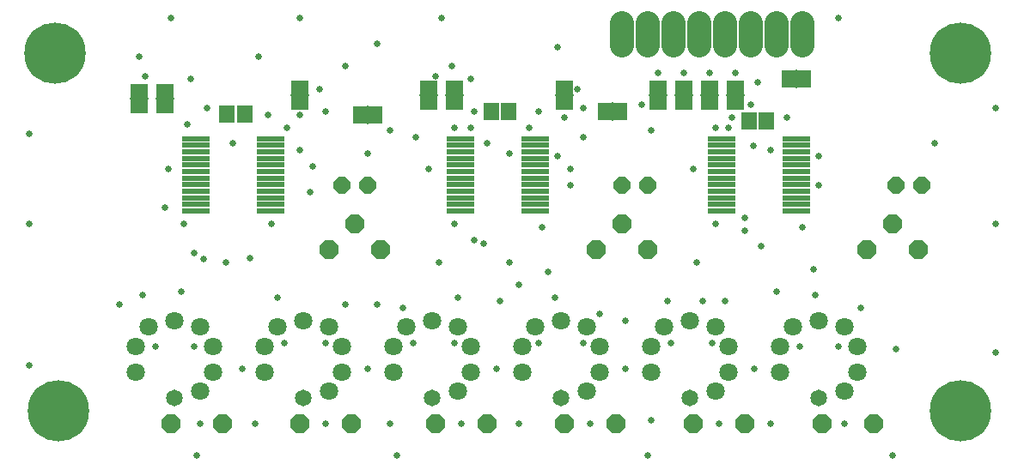
<source format=gts>
G04 EAGLE Gerber RS-274X export*
G75*
%MOMM*%
%FSLAX34Y34*%
%LPD*%
%INSoldermask Top*%
%IPPOS*%
%AMOC8*
5,1,8,0,0,1.08239X$1,22.5*%
G01*
%ADD10C,1.643200*%
%ADD11C,1.803200*%
%ADD12R,1.503200X1.703200*%
%ADD13C,2.363200*%
%ADD14R,1.371600X1.803400*%
%ADD15R,0.152400X1.828800*%
%ADD16C,6.045200*%
%ADD17P,1.803519X8X22.500000*%
%ADD18R,2.703200X0.508000*%
%ADD19R,1.803400X1.371600*%
%ADD20R,1.828800X0.152400*%
%ADD21P,1.951982X8X22.500000*%
%ADD22P,2.034460X8X22.500000*%
%ADD23C,0.660400*%


D10*
X803275Y69850D03*
D11*
X803275Y146050D03*
X841375Y120650D03*
X828675Y139700D03*
X841375Y95250D03*
X828675Y76200D03*
X765175Y95250D03*
X765175Y120650D03*
X777875Y139700D03*
D10*
X676275Y69850D03*
D11*
X676275Y146050D03*
X714375Y120650D03*
X701675Y139700D03*
X714375Y95250D03*
X701675Y76200D03*
X638175Y95250D03*
X638175Y120650D03*
X650875Y139700D03*
D10*
X549275Y69850D03*
D11*
X549275Y146050D03*
X587375Y120650D03*
X574675Y139700D03*
X587375Y95250D03*
X574675Y76200D03*
X511175Y95250D03*
X511175Y120650D03*
X523875Y139700D03*
D10*
X422275Y69850D03*
D11*
X422275Y146050D03*
X460375Y120650D03*
X447675Y139700D03*
X460375Y95250D03*
X447675Y76200D03*
X384175Y95250D03*
X384175Y120650D03*
X396875Y139700D03*
D10*
X295275Y69850D03*
D11*
X295275Y146050D03*
X333375Y120650D03*
X320675Y139700D03*
X333375Y95250D03*
X320675Y76200D03*
X257175Y95250D03*
X257175Y120650D03*
X269875Y139700D03*
D10*
X168275Y69850D03*
D11*
X168275Y146050D03*
X206375Y120650D03*
X193675Y139700D03*
X206375Y95250D03*
X193675Y76200D03*
X130175Y95250D03*
X130175Y120650D03*
X142875Y139700D03*
D12*
X751450Y343000D03*
X734450Y343000D03*
X237100Y349350D03*
X220100Y349350D03*
X497450Y352525D03*
X480450Y352525D03*
D13*
X609600Y417825D02*
X609600Y439425D01*
X635000Y439425D02*
X635000Y417825D01*
X660400Y417825D02*
X660400Y439425D01*
X685800Y439425D02*
X685800Y417825D01*
X711200Y417825D02*
X711200Y439425D01*
X736600Y439425D02*
X736600Y417825D01*
X762000Y417825D02*
X762000Y439425D01*
X787400Y439425D02*
X787400Y417825D01*
D14*
X788670Y384175D03*
X773430Y384175D03*
D15*
X781050Y384175D03*
D16*
X53975Y57150D03*
X942975Y409575D03*
X50475Y410050D03*
X942975Y57150D03*
D14*
X592455Y352425D03*
X607695Y352425D03*
D15*
X600075Y352425D03*
D14*
X351155Y349250D03*
X366395Y349250D03*
D15*
X358775Y349250D03*
D17*
X879475Y279400D03*
X904875Y279400D03*
D18*
X707694Y325500D03*
X707694Y319000D03*
X707694Y312500D03*
X707694Y306000D03*
X707694Y299500D03*
X707694Y293000D03*
X707694Y286500D03*
X707694Y280000D03*
X707694Y273500D03*
X707694Y267000D03*
X707694Y260500D03*
X707694Y254000D03*
X781050Y254000D03*
X781050Y260500D03*
X781050Y267000D03*
X781050Y273500D03*
X781050Y280000D03*
X781050Y286500D03*
X781050Y293000D03*
X781050Y299500D03*
X781050Y306000D03*
X781050Y312500D03*
X781050Y319000D03*
X781050Y325500D03*
X450188Y325500D03*
X450188Y319000D03*
X450188Y312500D03*
X450188Y306000D03*
X450188Y299500D03*
X450188Y293000D03*
X450188Y286500D03*
X450188Y280000D03*
X450188Y273500D03*
X450188Y267000D03*
X450188Y260500D03*
X450188Y254000D03*
X523544Y254000D03*
X523544Y260500D03*
X523544Y267000D03*
X523544Y273500D03*
X523544Y280000D03*
X523544Y286500D03*
X523544Y293000D03*
X523544Y299500D03*
X523544Y306000D03*
X523544Y312500D03*
X523544Y319000D03*
X523544Y325500D03*
X189507Y325500D03*
X189507Y319000D03*
X189507Y312500D03*
X189507Y306000D03*
X189507Y299500D03*
X189507Y293000D03*
X189507Y286500D03*
X189507Y280000D03*
X189507Y273500D03*
X189507Y267000D03*
X189507Y260500D03*
X189507Y254000D03*
X262863Y254000D03*
X262863Y260500D03*
X262863Y267000D03*
X262863Y273500D03*
X262863Y280000D03*
X262863Y286500D03*
X262863Y293000D03*
X262863Y299500D03*
X262863Y306000D03*
X262863Y312500D03*
X262863Y319000D03*
X262863Y325500D03*
D19*
X720725Y360680D03*
X720725Y375920D03*
D20*
X720725Y368300D03*
D19*
X669925Y360680D03*
X669925Y375920D03*
D20*
X669925Y368300D03*
D19*
X695325Y360680D03*
X695325Y375920D03*
D20*
X695325Y368300D03*
D19*
X644525Y360680D03*
X644525Y375920D03*
D20*
X644525Y368300D03*
D19*
X552450Y360680D03*
X552450Y375920D03*
D20*
X552450Y368300D03*
D19*
X444500Y360680D03*
X444500Y375920D03*
D20*
X444500Y368300D03*
D19*
X419100Y360680D03*
X419100Y375920D03*
D20*
X419100Y368300D03*
D19*
X292100Y360680D03*
X292100Y375920D03*
D20*
X292100Y368300D03*
D19*
X158750Y357505D03*
X158750Y372745D03*
D20*
X158750Y365125D03*
D19*
X133350Y357505D03*
X133350Y372745D03*
D20*
X133350Y365125D03*
D21*
X806450Y44450D03*
X857250Y44450D03*
X679450Y44450D03*
X730250Y44450D03*
X552450Y44450D03*
X603250Y44450D03*
X425450Y44450D03*
X476250Y44450D03*
X292100Y44450D03*
X342900Y44450D03*
X165100Y44450D03*
X215900Y44450D03*
D22*
X901700Y215900D03*
X850900Y215900D03*
X876300Y241300D03*
D17*
X609600Y279400D03*
X635000Y279400D03*
D22*
X635000Y215900D03*
X584200Y215900D03*
X609600Y241300D03*
D17*
X333375Y279400D03*
X358775Y279400D03*
D22*
X371475Y215900D03*
X320675Y215900D03*
X346075Y241300D03*
D23*
X25400Y330200D03*
X25400Y241300D03*
X25400Y101600D03*
X165100Y444500D03*
X431800Y444500D03*
X292100Y444500D03*
X190500Y12700D03*
X387350Y12700D03*
X635000Y12700D03*
X876300Y12700D03*
X977900Y114300D03*
X977900Y355600D03*
X977900Y241300D03*
X180975Y339725D03*
X200025Y355600D03*
X444500Y336550D03*
X460375Y336550D03*
X463550Y352425D03*
X701675Y336550D03*
X714375Y336550D03*
X717550Y346075D03*
X742950Y381000D03*
X317500Y352425D03*
X358775Y311150D03*
X304800Y298450D03*
X558800Y295275D03*
X419100Y295275D03*
X444500Y241300D03*
X679450Y295275D03*
X803275Y307975D03*
X771525Y346075D03*
X917575Y320675D03*
X879475Y117475D03*
X822325Y120650D03*
X784225Y120650D03*
X800100Y171450D03*
X746125Y219075D03*
X701675Y241300D03*
X828675Y44450D03*
X755650Y44450D03*
X704850Y44450D03*
X638175Y47625D03*
X577850Y44450D03*
X508000Y44450D03*
X450850Y44450D03*
X381000Y44450D03*
X317500Y44450D03*
X247650Y44450D03*
X193675Y44450D03*
X149225Y120650D03*
X187325Y120650D03*
X276225Y123825D03*
X317500Y123825D03*
X403225Y123825D03*
X444500Y123825D03*
X527050Y123825D03*
X571500Y123825D03*
X657225Y123825D03*
X698500Y123825D03*
X612775Y146050D03*
X571500Y327025D03*
X571500Y355600D03*
X628650Y358775D03*
X406400Y327025D03*
X260350Y349250D03*
X177800Y241300D03*
X263525Y241300D03*
X269875Y168275D03*
X174625Y174625D03*
X368300Y161925D03*
X447675Y168275D03*
X488950Y165100D03*
X498475Y203200D03*
X530225Y238125D03*
X787400Y238125D03*
X688975Y165100D03*
X739775Y98425D03*
X711200Y165100D03*
X234950Y98425D03*
X358775Y98425D03*
X485775Y98425D03*
X612775Y98425D03*
X114300Y161925D03*
X161925Y295275D03*
X133350Y406400D03*
X250825Y406400D03*
X368300Y419100D03*
X527050Y352425D03*
X542925Y168275D03*
X336550Y396875D03*
X441325Y396875D03*
X546100Y415925D03*
X822325Y444500D03*
X803275Y279400D03*
X762000Y174625D03*
X797814Y196850D03*
X587375Y152400D03*
X558800Y279400D03*
X508000Y180975D03*
X336550Y161925D03*
X720725Y390525D03*
X565150Y374650D03*
X311150Y374650D03*
X669925Y390525D03*
X460375Y384175D03*
X184150Y384175D03*
X695325Y390525D03*
X644525Y390525D03*
X425450Y387350D03*
X139700Y387350D03*
X219075Y203200D03*
X301625Y273050D03*
X755650Y314325D03*
X638175Y333375D03*
X517525Y336550D03*
X476250Y320675D03*
X498475Y311150D03*
X381000Y333375D03*
X279400Y336550D03*
X225425Y320675D03*
X738575Y318700D03*
X736600Y358775D03*
X546100Y307975D03*
X552450Y346075D03*
X292100Y314325D03*
X292100Y349250D03*
X844550Y158750D03*
X654050Y165100D03*
X730250Y247047D03*
X730250Y234950D03*
X682753Y203200D03*
X473075Y222250D03*
X463550Y225425D03*
X393700Y158750D03*
X428625Y203200D03*
X536575Y193675D03*
X196850Y206375D03*
X187325Y212725D03*
X158750Y257175D03*
X136525Y171450D03*
X242256Y207331D03*
M02*

</source>
